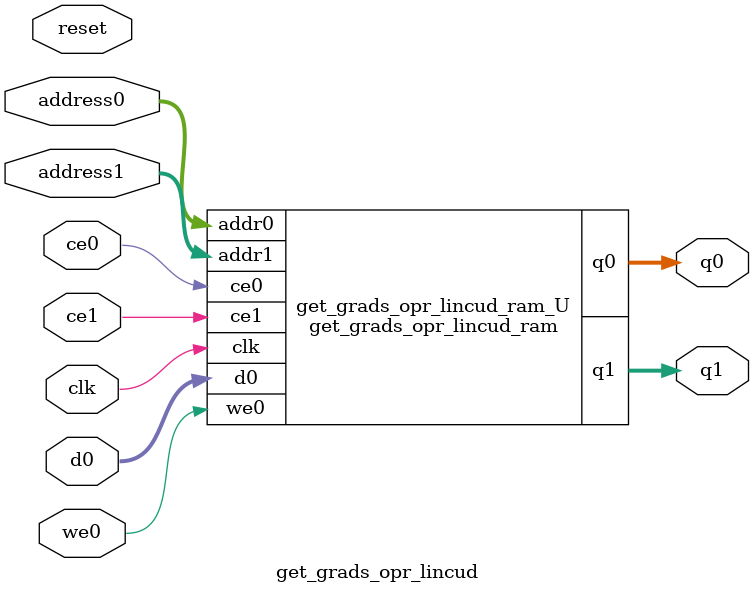
<source format=v>

`timescale 1 ns / 1 ps
module get_grads_opr_lincud_ram (addr0, ce0, d0, we0, q0, addr1, ce1, q1,  clk);

parameter DWIDTH = 8;
parameter AWIDTH = 10;
parameter MEM_SIZE = 640;

input[AWIDTH-1:0] addr0;
input ce0;
input[DWIDTH-1:0] d0;
input we0;
output reg[DWIDTH-1:0] q0;
input[AWIDTH-1:0] addr1;
input ce1;
output reg[DWIDTH-1:0] q1;
input clk;

(* ram_style = "block" *)reg [DWIDTH-1:0] ram[0:MEM_SIZE-1];




always @(posedge clk)  
begin 
    if (ce0) 
    begin
        if (we0) 
        begin 
            ram[addr0] <= d0; 
            q0 <= d0;
        end 
        else 
            q0 <= ram[addr0];
    end
end


always @(posedge clk)  
begin 
    if (ce1) 
    begin
            q1 <= ram[addr1];
    end
end


endmodule


`timescale 1 ns / 1 ps
module get_grads_opr_lincud(
    reset,
    clk,
    address0,
    ce0,
    we0,
    d0,
    q0,
    address1,
    ce1,
    q1);

parameter DataWidth = 32'd8;
parameter AddressRange = 32'd640;
parameter AddressWidth = 32'd10;
input reset;
input clk;
input[AddressWidth - 1:0] address0;
input ce0;
input we0;
input[DataWidth - 1:0] d0;
output[DataWidth - 1:0] q0;
input[AddressWidth - 1:0] address1;
input ce1;
output[DataWidth - 1:0] q1;



get_grads_opr_lincud_ram get_grads_opr_lincud_ram_U(
    .clk( clk ),
    .addr0( address0 ),
    .ce0( ce0 ),
    .d0( d0 ),
    .we0( we0 ),
    .q0( q0 ),
    .addr1( address1 ),
    .ce1( ce1 ),
    .q1( q1 ));

endmodule


</source>
